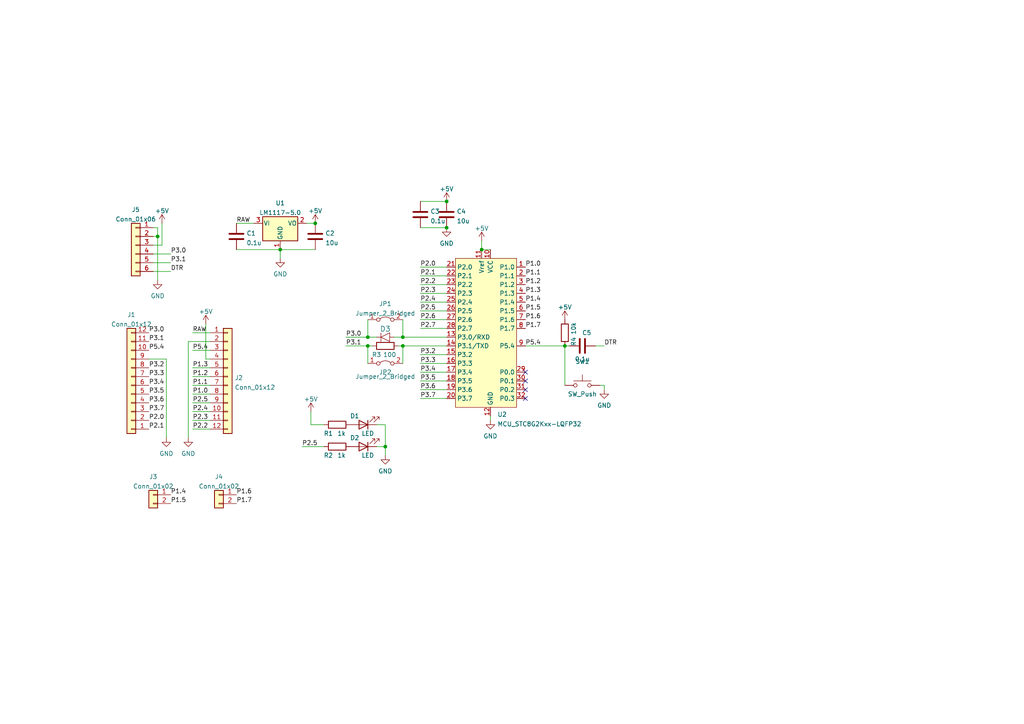
<source format=kicad_sch>
(kicad_sch (version 20211123) (generator eeschema)
  (paper "A4")
  (lib_symbols
    (symbol "Connector_Generic:Conn_01x02" (pin_names (offset 1.016) hide)
      (property "Reference" "J" (at 0 2.54 0))
      (property "Value" "Conn_01x02" (at 0 -5.08 0))
      (symbol "Conn_01x02_1_1"
        (rectangle (start -1.27 -2.413) (end 0 -2.667) (stroke (width 0.1524)))
        (rectangle (start -1.27 0.127) (end 0 -0.127) (stroke (width 0.1524)))
        (rectangle (start -1.27 1.27) (end 1.27 -3.81) (stroke (width 0.254)) (fill (type background)))
        (pin passive line (at -5.08 0 0) (length 3.81) (name "Pin_1") (number "1"))
        (pin passive line (at -5.08 -2.54 0) (length 3.81) (name "Pin_2") (number "2"))
      )
    )
    (symbol "Connector_Generic:Conn_01x06" (pin_names (offset 1.016) hide)
      (property "Reference" "J" (at 0 7.62 0))
      (property "Value" "Conn_01x06" (at 0 -10.16 0))
      (symbol "Conn_01x06_1_1"
        (rectangle (start -1.27 -7.493) (end 0 -7.747) (stroke (width 0.1524)))
        (rectangle (start -1.27 -4.953) (end 0 -5.207) (stroke (width 0.1524)))
        (rectangle (start -1.27 -2.413) (end 0 -2.667) (stroke (width 0.1524)))
        (rectangle (start -1.27 0.127) (end 0 -0.127) (stroke (width 0.1524)))
        (rectangle (start -1.27 2.667) (end 0 2.413) (stroke (width 0.1524)))
        (rectangle (start -1.27 5.207) (end 0 4.953) (stroke (width 0.1524)))
        (rectangle (start -1.27 6.35) (end 1.27 -8.89) (stroke (width 0.254)) (fill (type background)))
        (pin passive line (at -5.08 5.08 0) (length 3.81) (name "Pin_1") (number "1"))
        (pin passive line (at -5.08 2.54 0) (length 3.81) (name "Pin_2") (number "2"))
        (pin passive line (at -5.08 0 0) (length 3.81) (name "Pin_3") (number "3"))
        (pin passive line (at -5.08 -2.54 0) (length 3.81) (name "Pin_4") (number "4"))
        (pin passive line (at -5.08 -5.08 0) (length 3.81) (name "Pin_5") (number "5"))
        (pin passive line (at -5.08 -7.62 0) (length 3.81) (name "Pin_6") (number "6"))
      )
    )
    (symbol "Connector_Generic:Conn_01x12" (pin_names (offset 1.016) hide)
      (property "Reference" "J" (at 0 15.24 0))
      (property "Value" "Conn_01x12" (at 0 -17.78 0))
      (symbol "Conn_01x12_1_1"
        (rectangle (start -1.27 -15.113) (end 0 -15.367) (stroke (width 0.1524)))
        (rectangle (start -1.27 -12.573) (end 0 -12.827) (stroke (width 0.1524)))
        (rectangle (start -1.27 -10.033) (end 0 -10.287) (stroke (width 0.1524)))
        (rectangle (start -1.27 -7.493) (end 0 -7.747) (stroke (width 0.1524)))
        (rectangle (start -1.27 -4.953) (end 0 -5.207) (stroke (width 0.1524)))
        (rectangle (start -1.27 -2.413) (end 0 -2.667) (stroke (width 0.1524)))
        (rectangle (start -1.27 0.127) (end 0 -0.127) (stroke (width 0.1524)))
        (rectangle (start -1.27 2.667) (end 0 2.413) (stroke (width 0.1524)))
        (rectangle (start -1.27 5.207) (end 0 4.953) (stroke (width 0.1524)))
        (rectangle (start -1.27 7.747) (end 0 7.493) (stroke (width 0.1524)))
        (rectangle (start -1.27 10.287) (end 0 10.033) (stroke (width 0.1524)))
        (rectangle (start -1.27 12.827) (end 0 12.573) (stroke (width 0.1524)))
        (rectangle (start -1.27 13.97) (end 1.27 -16.51) (stroke (width 0.254)) (fill (type background)))
        (pin passive line (at -5.08 12.7 0) (length 3.81) (name "Pin_1") (number "1"))
        (pin passive line (at -5.08 -10.16 0) (length 3.81) (name "Pin_10") (number "10"))
        (pin passive line (at -5.08 -12.7 0) (length 3.81) (name "Pin_11") (number "11"))
        (pin passive line (at -5.08 -15.24 0) (length 3.81) (name "Pin_12") (number "12"))
        (pin passive line (at -5.08 10.16 0) (length 3.81) (name "Pin_2") (number "2"))
        (pin passive line (at -5.08 7.62 0) (length 3.81) (name "Pin_3") (number "3"))
        (pin passive line (at -5.08 5.08 0) (length 3.81) (name "Pin_4") (number "4"))
        (pin passive line (at -5.08 2.54 0) (length 3.81) (name "Pin_5") (number "5"))
        (pin passive line (at -5.08 0 0) (length 3.81) (name "Pin_6") (number "6"))
        (pin passive line (at -5.08 -2.54 0) (length 3.81) (name "Pin_7") (number "7"))
        (pin passive line (at -5.08 -5.08 0) (length 3.81) (name "Pin_8") (number "8"))
        (pin passive line (at -5.08 -7.62 0) (length 3.81) (name "Pin_9") (number "9"))
      )
    )
    (symbol "Device:C" (pin_numbers hide) (pin_names (offset 0.254))
      (property "Reference" "C" (at 0.635 2.54 0))
      (property "Value" "C" (at 0.635 -2.54 0))
      (symbol "C_0_1"
        (polyline (pts (xy -2.032 -0.762) (xy 2.032 -0.762)) (stroke (width 0.508)))
        (polyline (pts (xy -2.032 0.762) (xy 2.032 0.762)) (stroke (width 0.508)))
      )
      (symbol "C_1_1"
        (pin passive line (at 0 3.81 270) (length 2.794) (name "~") (number "1"))
        (pin passive line (at 0 -3.81 90) (length 2.794) (name "~") (number "2"))
      )
    )
    (symbol "Device:LED" (pin_numbers hide) (pin_names (offset 1.016) hide)
      (property "Reference" "D" (at 0 2.54 0))
      (property "Value" "LED" (at 0 -2.54 0))
      (symbol "LED_0_1"
        (polyline (pts (xy -1.27 -1.27) (xy -1.27 1.27)) (stroke (width 0.254)))
        (polyline (pts (xy -1.27 0) (xy 1.27 0)))
        (polyline (pts (xy 1.27 -1.27) (xy 1.27 1.27) (xy -1.27 0) (xy 1.27 -1.27)) (stroke (width 0.254)))
        (polyline (pts (xy -3.048 -0.762) (xy -4.572 -2.286) (xy -3.81 -2.286) (xy -4.572 -2.286) (xy -4.572 -1.524)))
        (polyline (pts (xy -1.778 -0.762) (xy -3.302 -2.286) (xy -2.54 -2.286) (xy -3.302 -2.286) (xy -3.302 -1.524)))
      )
      (symbol "LED_1_1"
        (pin passive line (at -3.81 0 0) (length 2.54) (name "K") (number "1"))
        (pin passive line (at 3.81 0 180) (length 2.54) (name "A") (number "2"))
      )
    )
    (symbol "Device:R" (pin_numbers hide) (pin_names (offset 0))
      (property "Reference" "R" (at 2.032 0 90))
      (property "Value" "R" (at 0 0 90))
      (symbol "R_0_1"
        (rectangle (start -1.016 -2.54) (end 1.016 2.54) (stroke (width 0.254)))
      )
      (symbol "R_1_1"
        (pin passive line (at 0 3.81 270) (length 1.27) (name "~") (number "1"))
        (pin passive line (at 0 -3.81 90) (length 1.27) (name "~") (number "2"))
      )
    )
    (symbol "Jumper:Jumper_2_Bridged" (pin_names (offset 0) hide)
      (property "Reference" "JP" (at 0 1.905 0))
      (property "Value" "Jumper_2_Bridged" (at 0 -2.54 0))
      (symbol "Jumper_2_Bridged_0_0"
        (circle (center -2.032 0) (radius 0.508))
        (circle (center 2.032 0) (radius 0.508))
      )
      (symbol "Jumper_2_Bridged_0_1"
        (arc (start 1.524 0.254) (mid 0 0.762) (end -1.524 0.254))
      )
      (symbol "Jumper_2_Bridged_1_1"
        (pin passive line (at -5.08 0 0) (length 2.54) (name "A") (number "1"))
        (pin passive line (at 5.08 0 180) (length 2.54) (name "B") (number "2"))
      )
    )
    (symbol "Regulator_Linear:LM1117-5.0" (pin_names (offset 0.254))
      (property "Reference" "U" (at -3.81 3.175 0))
      (property "Value" "LM1117-5.0" (at 0 3.175 0))
      (symbol "LM1117-5.0_0_1"
        (rectangle (start -5.08 -5.08) (end 5.08 1.905) (stroke (width 0.254)) (fill (type background)))
      )
      (symbol "LM1117-5.0_1_1"
        (pin power_in line (at 0 -7.62 90) (length 2.54) (name "GND") (number "1"))
        (pin power_out line (at 7.62 0 180) (length 2.54) (name "VO") (number "2"))
        (pin power_in line (at -7.62 0 0) (length 2.54) (name "VI") (number "3"))
      )
    )
    (symbol "Switch:SW_Push" (pin_numbers hide) (pin_names (offset 1.016) hide)
      (property "Reference" "SW" (at 1.27 2.54 0))
      (property "Value" "SW_Push" (at 0 -1.524 0))
      (symbol "SW_Push_0_1"
        (circle (center -2.032 0) (radius 0.508))
        (polyline (pts (xy 0 1.27) (xy 0 3.048)))
        (polyline (pts (xy 2.54 1.27) (xy -2.54 1.27)))
        (circle (center 2.032 0) (radius 0.508))
        (pin passive line (at -5.08 0 0) (length 2.54) (name "1") (number "1"))
        (pin passive line (at 5.08 0 180) (length 2.54) (name "2") (number "2"))
      )
    )
    (symbol "akita:DIODE" (pin_names (offset 1.016))
      (property "Reference" "D" (at -2.54 2.54 0))
      (symbol "DIODE_1_0"
        (polyline (pts (xy -2.54 0) (xy -1.27 0)))
        (polyline (pts (xy -1.27 -1.27) (xy 1.27 0)))
        (polyline (pts (xy -1.27 0) (xy -1.27 -1.27)))
        (polyline (pts (xy -1.27 1.27) (xy -1.27 0)))
        (polyline (pts (xy 1.27 0) (xy -1.27 1.27)))
        (polyline (pts (xy 1.27 0) (xy 1.27 -1.27)))
        (polyline (pts (xy 1.27 1.27) (xy 1.27 0)))
        (polyline (pts (xy 2.54 0) (xy 1.27 0)))
        (pin passive line (at -2.54 0 0) (length 0) (name "A") (number "A"))
        (pin passive line (at 2.54 0 180) (length 0) (name "K") (number "K"))
      )
    )
    (symbol "akita:MCU_STC8G2Kxx-LQFP32"
      (property "Reference" "U" (at 5.08 21.59 0))
      (property "Value" "MCU_STC8G2Kxx-LQFP32" (at 12.7 -24.13 0))
      (symbol "MCU_STC8G2Kxx-LQFP32_0_1"
        (rectangle (start -10.16 20.32) (end 7.62 -22.86) (stroke (width 0.1524)) (fill (type background)))
      )
      (symbol "MCU_STC8G2Kxx-LQFP32_1_1"
        (pin bidirectional line (at 10.16 17.78 180) (length 2.54) (name "P1.0") (number "1"))
        (pin power_in line (at 0 22.86 270) (length 2.54) (name "VCC") (number "10"))
        (pin power_in line (at -2.54 22.86 270) (length 2.54) (name "Vref") (number "11"))
        (pin power_in line (at 0 -25.4 90) (length 2.54) (name "GND") (number "12"))
        (pin bidirectional line (at -12.7 -2.54 0) (length 2.54) (name "P3.0/RXD") (number "13"))
        (pin bidirectional line (at -12.7 -5.08 0) (length 2.54) (name "P3.1/TXD") (number "14"))
        (pin bidirectional line (at -12.7 -7.62 0) (length 2.54) (name "P3.2") (number "15"))
        (pin bidirectional line (at -12.7 -10.16 0) (length 2.54) (name "P3.3") (number "16"))
        (pin bidirectional line (at -12.7 -12.7 0) (length 2.54) (name "P3.4") (number "17"))
        (pin bidirectional line (at -12.7 -15.24 0) (length 2.54) (name "P3.5") (number "18"))
        (pin bidirectional line (at -12.7 -17.78 0) (length 2.54) (name "P3.6") (number "19"))
        (pin bidirectional line (at 10.16 15.24 180) (length 2.54) (name "P1.1") (number "2"))
        (pin bidirectional line (at -12.7 -20.32 0) (length 2.54) (name "P3.7") (number "20"))
        (pin bidirectional line (at -12.7 17.78 0) (length 2.54) (name "P2.0") (number "21"))
        (pin bidirectional line (at -12.7 15.24 0) (length 2.54) (name "P2.1") (number "22"))
        (pin bidirectional line (at -12.7 12.7 0) (length 2.54) (name "P2.2") (number "23"))
        (pin bidirectional line (at -12.7 10.16 0) (length 2.54) (name "P2.3") (number "24"))
        (pin bidirectional line (at -12.7 7.62 0) (length 2.54) (name "P2.4") (number "25"))
        (pin bidirectional line (at -12.7 5.08 0) (length 2.54) (name "P2.5") (number "26"))
        (pin bidirectional line (at -12.7 2.54 0) (length 2.54) (name "P2.6") (number "27"))
        (pin bidirectional line (at -12.7 0 0) (length 2.54) (name "P2.7") (number "28"))
        (pin bidirectional line (at 10.16 -12.7 180) (length 2.54) (name "P0.0") (number "29"))
        (pin bidirectional line (at 10.16 12.7 180) (length 2.54) (name "P1.2") (number "3"))
        (pin bidirectional line (at 10.16 -15.24 180) (length 2.54) (name "P0.1") (number "30"))
        (pin bidirectional line (at 10.16 -17.78 180) (length 2.54) (name "P0.2") (number "31"))
        (pin bidirectional line (at 10.16 -20.32 180) (length 2.54) (name "P0.3") (number "32"))
        (pin bidirectional line (at 10.16 10.16 180) (length 2.54) (name "P1.3") (number "4"))
        (pin bidirectional line (at 10.16 7.62 180) (length 2.54) (name "P1.4") (number "5"))
        (pin bidirectional line (at 10.16 5.08 180) (length 2.54) (name "P1.5") (number "6"))
        (pin bidirectional line (at 10.16 2.54 180) (length 2.54) (name "P1.6") (number "7"))
        (pin bidirectional line (at 10.16 0 180) (length 2.54) (name "P1.7") (number "8"))
        (pin bidirectional line (at 10.16 -5.08 180) (length 2.54) (name "P5.4") (number "9"))
      )
    )
    (symbol "power:+5V" (power) (pin_names (offset 0))
      (property "Value" "+5V" (at 0 3.556 0))
      (symbol "+5V_0_1"
        (polyline (pts (xy -0.762 1.27) (xy 0 2.54)))
        (polyline (pts (xy 0 0) (xy 0 2.54)))
        (polyline (pts (xy 0 2.54) (xy 0.762 1.27)))
      )
      (symbol "+5V_1_1"
        (pin power_in line (at 0 0 90) (length 0) hide (name "+5V") (number "1"))
      )
    )
    (symbol "power:GND" (power) (pin_names (offset 0))
      (property "Value" "GND" (at 0 -3.81 0))
      (symbol "GND_0_1"
        (polyline (pts (xy 0 0) (xy 0 -1.27) (xy 1.27 -1.27) (xy 0 -2.54) (xy -1.27 -1.27) (xy 0 -1.27)))
      )
      (symbol "GND_1_1"
        (pin power_in line (at 0 0 270) (length 0) hide (name "GND") (number "1"))
      )
    )
  )
  (junction (at 106.68 97.79))
  (junction (at 163.83 100.33))
  (junction (at 111.76 129.54))
  (junction (at 81.28 72.39))
  (junction (at 116.84 97.79))
  (junction (at 116.84 100.33))
  (junction (at 129.54 66.04))
  (junction (at 129.54 58.42))
  (junction (at 106.68 100.33))
  (junction (at 91.44 64.77))
  (junction (at 139.7 72.39))
  (junction (at 45.72 68.58))
  (no_connect (at 152.4 115.57))
  (no_connect (at 152.4 107.95))
  (no_connect (at 152.4 113.03))
  (no_connect (at 152.4 110.49))
  (wire (pts (xy 106.68 92.71) (xy 106.68 97.79)))
  (wire (pts (xy 55.88 96.52) (xy 60.96 96.52)))
  (wire (pts (xy 44.45 71.12) (xy 46.99 71.12)))
  (wire (pts (xy 87.63 129.54) (xy 93.98 129.54)))
  (wire (pts (xy 163.83 100.33) (xy 163.83 111.76)))
  (wire (pts (xy 45.72 66.04) (xy 45.72 68.58)))
  (wire (pts (xy 139.7 69.85) (xy 139.7 72.39)))
  (wire (pts (xy 115.57 100.33) (xy 116.84 100.33)))
  (wire (pts (xy 88.9 64.77) (xy 91.44 64.77)))
  (wire (pts (xy 68.58 64.77) (xy 73.66 64.77)))
  (wire (pts (xy 44.45 73.66) (xy 49.53 73.66)))
  (wire (pts (xy 121.92 110.49) (xy 129.54 110.49)))
  (wire (pts (xy 109.22 129.54) (xy 111.76 129.54)))
  (wire (pts (xy 44.45 66.04) (xy 45.72 66.04)))
  (wire (pts (xy 54.61 99.06) (xy 54.61 127)))
  (wire (pts (xy 116.84 100.33) (xy 129.54 100.33)))
  (wire (pts (xy 121.92 77.47) (xy 129.54 77.47)))
  (wire (pts (xy 116.84 97.79) (xy 129.54 97.79)))
  (wire (pts (xy 173.99 111.76) (xy 175.26 111.76)))
  (wire (pts (xy 152.4 100.33) (xy 163.83 100.33)))
  (wire (pts (xy 55.88 119.38) (xy 60.96 119.38)))
  (wire (pts (xy 121.92 87.63) (xy 129.54 87.63)))
  (wire (pts (xy 114.3 97.79) (xy 116.84 97.79)))
  (wire (pts (xy 81.28 72.39) (xy 81.28 74.93)))
  (wire (pts (xy 121.92 115.57) (xy 129.54 115.57)))
  (wire (pts (xy 68.58 72.39) (xy 81.28 72.39)))
  (wire (pts (xy 55.88 124.46) (xy 60.96 124.46)))
  (wire (pts (xy 121.92 92.71) (xy 129.54 92.71)))
  (wire (pts (xy 43.18 104.14) (xy 48.26 104.14)))
  (wire (pts (xy 106.68 100.33) (xy 106.68 105.41)))
  (wire (pts (xy 163.83 100.33) (xy 165.1 100.33)))
  (wire (pts (xy 116.84 92.71) (xy 116.84 97.79)))
  (wire (pts (xy 121.92 90.17) (xy 129.54 90.17)))
  (wire (pts (xy 44.45 78.74) (xy 49.53 78.74)))
  (wire (pts (xy 139.7 72.39) (xy 142.24 72.39)))
  (wire (pts (xy 121.92 85.09) (xy 129.54 85.09)))
  (wire (pts (xy 55.88 111.76) (xy 60.96 111.76)))
  (wire (pts (xy 121.92 107.95) (xy 129.54 107.95)))
  (wire (pts (xy 121.92 66.04) (xy 129.54 66.04)))
  (wire (pts (xy 48.26 104.14) (xy 48.26 127)))
  (wire (pts (xy 44.45 76.2) (xy 49.53 76.2)))
  (wire (pts (xy 60.96 104.14) (xy 59.69 104.14)))
  (wire (pts (xy 116.84 100.33) (xy 116.84 105.41)))
  (wire (pts (xy 109.22 123.19) (xy 111.76 123.19)))
  (wire (pts (xy 121.92 80.01) (xy 129.54 80.01)))
  (wire (pts (xy 55.88 101.6) (xy 60.96 101.6)))
  (wire (pts (xy 55.88 121.92) (xy 60.96 121.92)))
  (wire (pts (xy 106.68 97.79) (xy 109.22 97.79)))
  (wire (pts (xy 121.92 82.55) (xy 129.54 82.55)))
  (wire (pts (xy 121.92 105.41) (xy 129.54 105.41)))
  (wire (pts (xy 121.92 102.87) (xy 129.54 102.87)))
  (wire (pts (xy 111.76 129.54) (xy 111.76 132.08)))
  (wire (pts (xy 121.92 113.03) (xy 129.54 113.03)))
  (wire (pts (xy 111.76 123.19) (xy 111.76 129.54)))
  (wire (pts (xy 81.28 72.39) (xy 91.44 72.39)))
  (wire (pts (xy 121.92 58.42) (xy 129.54 58.42)))
  (wire (pts (xy 45.72 68.58) (xy 45.72 81.28)))
  (wire (pts (xy 59.69 104.14) (xy 59.69 93.98)))
  (wire (pts (xy 142.24 120.65) (xy 142.24 121.92)))
  (wire (pts (xy 55.88 109.22) (xy 60.96 109.22)))
  (wire (pts (xy 93.98 123.19) (xy 90.17 123.19)))
  (wire (pts (xy 106.68 100.33) (xy 107.95 100.33)))
  (wire (pts (xy 60.96 99.06) (xy 54.61 99.06)))
  (wire (pts (xy 55.88 106.68) (xy 60.96 106.68)))
  (wire (pts (xy 172.72 100.33) (xy 175.26 100.33)))
  (wire (pts (xy 55.88 114.3) (xy 60.96 114.3)))
  (wire (pts (xy 46.99 71.12) (xy 46.99 64.77)))
  (wire (pts (xy 90.17 123.19) (xy 90.17 119.38)))
  (wire (pts (xy 55.88 116.84) (xy 60.96 116.84)))
  (wire (pts (xy 121.92 95.25) (xy 129.54 95.25)))
  (wire (pts (xy 100.33 100.33) (xy 106.68 100.33)))
  (wire (pts (xy 100.33 97.79) (xy 106.68 97.79)))
  (wire (pts (xy 175.26 111.76) (xy 175.26 113.03)))
  (wire (pts (xy 44.45 68.58) (xy 45.72 68.58)))
  (label "P3.0" (at 43.18 96.52 0))
  (label "P5.4" (at 55.88 101.6 0))
  (label "P2.5" (at 87.63 129.54 0))
  (label "P5.4" (at 152.4 100.33 0))
  (label "P2.3" (at 55.88 121.92 0))
  (label "P2.4" (at 121.92 87.63 0))
  (label "P1.3" (at 152.4 85.09 0))
  (label "P2.1" (at 121.92 80.01 0))
  (label "P3.7" (at 121.92 115.57 0))
  (label "P3.3" (at 43.18 109.22 0))
  (label "P2.1" (at 43.18 124.46 0))
  (label "RAW" (at 68.58 64.77 0))
  (label "P3.1" (at 100.33 100.33 0))
  (label "P3.6" (at 121.92 113.03 0))
  (label "P2.3" (at 121.92 85.09 0))
  (label "P3.5" (at 43.18 114.3 0))
  (label "P3.7" (at 43.18 119.38 0))
  (label "P3.1" (at 49.53 76.2 0))
  (label "P3.0" (at 49.53 73.66 0))
  (label "P2.0" (at 121.92 77.47 0))
  (label "P1.7" (at 152.4 95.25 0))
  (label "P3.0" (at 100.33 97.79 0))
  (label "DTR" (at 49.53 78.74 0))
  (label "P1.2" (at 55.88 109.22 0))
  (label "P3.3" (at 121.92 105.41 0))
  (label "P3.2" (at 43.18 106.68 0))
  (label "P1.0" (at 55.88 114.3 0))
  (label "P3.4" (at 121.92 107.95 0))
  (label "P1.5" (at 49.53 146.05 0))
  (label "P1.7" (at 68.58 146.05 0))
  (label "P3.1" (at 43.18 99.06 0))
  (label "DTR" (at 175.26 100.33 0))
  (label "P2.5" (at 55.88 116.84 0))
  (label "RAW" (at 55.88 96.52 0))
  (label "P1.5" (at 152.4 90.17 0))
  (label "P2.6" (at 121.92 92.71 0))
  (label "P3.4" (at 43.18 111.76 0))
  (label "P1.1" (at 152.4 80.01 0))
  (label "P3.5" (at 121.92 110.49 0))
  (label "P1.0" (at 152.4 77.47 0))
  (label "P1.4" (at 49.53 143.51 0))
  (label "P5.4" (at 43.18 101.6 0))
  (label "P1.2" (at 152.4 82.55 0))
  (label "P2.2" (at 121.92 82.55 0))
  (label "P1.6" (at 152.4 92.71 0))
  (label "P1.6" (at 68.58 143.51 0))
  (label "P2.7" (at 121.92 95.25 0))
  (label "P2.5" (at 121.92 90.17 0))
  (label "P1.3" (at 55.88 106.68 0))
  (label "P2.0" (at 43.18 121.92 0))
  (label "P3.6" (at 43.18 116.84 0))
  (label "P1.1" (at 55.88 111.76 0))
  (label "P2.4" (at 55.88 119.38 0))
  (label "P1.4" (at 152.4 87.63 0))
  (label "P2.2" (at 55.88 124.46 0))
  (label "P3.2" (at 121.92 102.87 0))
  (symbol (lib_id "power:GND") (at 111.76 132.08 0) (unit 1)
    (property "Reference" "#PWR09" (effects hide))
    (property "Value" "GND" (at 111.76 136.6425 0))
  )
  (symbol (lib_id "power:GND") (at 142.24 121.92 0) (unit 1)
    (property "Reference" "#PWR013" (effects hide))
    (property "Value" "GND" (at 142.24 126.4825 0))
  )
  (symbol (lib_id "Device:C") (at 121.92 62.23 0) (unit 1)
    (property "Reference" "C3" (at 124.841 61.3215 0) (effects (justify left)))
    (property "Value" "0.1u" (at 124.841 64.0966 0) (effects (justify left)))
    (property "Footprint" "Capacitor_SMD:C_0603_1608Metric" (effects hide))
  )
  (symbol (lib_id "power:GND") (at 54.61 127 0) (unit 1)
    (property "Reference" "#PWR04" (effects hide))
    (property "Value" "GND" (at 54.61 131.5625 0))
  )
  (symbol (lib_id "Device:C") (at 68.58 68.58 0) (unit 1)
    (property "Reference" "C1" (at 71.501 67.6715 0) (effects (justify left)))
    (property "Value" "0.1u" (at 71.501 70.4466 0) (effects (justify left)))
    (property "Footprint" "Capacitor_SMD:C_0603_1608Metric" (effects hide))
  )
  (symbol (lib_id "akita:MCU_STC8G2Kxx-LQFP32") (at 142.24 95.25 0) (unit 1)
    (property "Reference" "U2" (at 144.2594 120.2087 0) (effects (justify left)))
    (property "Value" "MCU_STC8G2Kxx-LQFP32" (at 144.2594 122.9838 0) (effects (justify left)))
    (property "Footprint" "Package_QFP:LQFP-32_7x7mm_P0.8mm" (effects hide))
  )
  (symbol (lib_id "Device:R") (at 163.83 96.52 180) (unit 1)
    (property "Reference" "R4" (at 166.37 99.06 90))
    (property "Value" "10k" (at 166.37 95.25 90))
    (property "Footprint" "Resistor_SMD:R_0603_1608Metric" (effects hide))
  )
  (symbol (lib_id "power:GND") (at 129.54 66.04 0) (unit 1)
    (property "Reference" "#PWR011" (effects hide))
    (property "Value" "GND" (at 129.54 70.6025 0))
  )
  (symbol (lib_id "power:GND") (at 81.28 74.93 0) (unit 1)
    (property "Reference" "#PWR06" (effects hide))
    (property "Value" "GND" (at 81.28 79.4925 0))
  )
  (symbol (lib_id "power:+5V") (at 90.17 119.38 0) (unit 1)
    (property "Reference" "#PWR07" (effects hide))
    (property "Value" "+5V" (at 90.17 115.7755 0))
  )
  (symbol (lib_id "power:GND") (at 175.26 113.03 0) (unit 1)
    (property "Reference" "#PWR015" (effects hide))
    (property "Value" "GND" (at 175.26 117.5925 0))
  )
  (symbol (lib_id "power:+5V") (at 91.44 64.77 0) (unit 1)
    (property "Reference" "#PWR08" (effects hide))
    (property "Value" "+5V" (at 91.44 61.1655 0))
  )
  (symbol (lib_id "Connector_Generic:Conn_01x02") (at 63.5 143.51 0) (mirror y) (unit 1)
    (property "Reference" "J4" (at 63.5 138.2735 0))
    (property "Value" "Conn_01x02" (at 63.5 141.0486 0))
    (property "Footprint" "Connector_PinSocket_2.54mm:PinSocket_1x02_P2.54mm_Vertical" (effects hide))
  )
  (symbol (lib_id "Connector_Generic:Conn_01x12") (at 66.04 109.22 0) (unit 1)
    (property "Reference" "J2" (at 68.072 109.5815 0) (effects (justify left)))
    (property "Value" "Conn_01x12" (at 68.072 112.3566 0) (effects (justify left)))
    (property "Footprint" "Connector_PinSocket_2.54mm:PinSocket_1x12_P2.54mm_Vertical" (effects hide))
  )
  (symbol (lib_id "Regulator_Linear:LM1117-5.0") (at 81.28 64.77 0) (unit 1)
    (property "Reference" "U1" (at 81.28 58.8985 0))
    (property "Value" "LM1117-5.0" (at 81.28 61.6736 0))
    (property "Footprint" "Package_TO_SOT_SMD:SOT-223-3_TabPin2" (effects hide))
    (property "Datasheet" "http://www.ti.com/lit/ds/symlink/lm1117.pdf" (effects hide))
  )
  (symbol (lib_id "akita:DIODE") (at 111.76 97.79 180) (unit 1)
    (property "Reference" "D3" (at 111.76 95.4012 0) (effects (font (size 1.4986 1.4986))))
    (property "Value" "DIODE" (effects hide))
    (property "Footprint" "akita:D_SOD123FL" (effects hide))
  )
  (symbol (lib_id "Connector_Generic:Conn_01x02") (at 44.45 143.51 0) (mirror y) (unit 1)
    (property "Reference" "J3" (at 44.45 138.2735 0))
    (property "Value" "Conn_01x02" (at 44.45 141.0486 0))
    (property "Footprint" "Connector_PinSocket_2.54mm:PinSocket_1x02_P2.54mm_Vertical" (effects hide))
  )
  (symbol (lib_id "Connector_Generic:Conn_01x12") (at 38.1 111.76 180) (unit 1)
    (property "Reference" "J1" (at 38.1 91.2835 0))
    (property "Value" "Conn_01x12" (at 38.1 94.0586 0))
    (property "Footprint" "Connector_PinSocket_2.54mm:PinSocket_1x12_P2.54mm_Vertical" (effects hide))
  )
  (symbol (lib_id "Device:R") (at 97.79 129.54 90) (unit 1)
    (property "Reference" "R2" (at 95.25 132.08 90))
    (property "Value" "1k" (at 99.06 132.08 90))
    (property "Footprint" "Resistor_SMD:R_0603_1608Metric" (effects hide))
  )
  (symbol (lib_id "power:+5V") (at 129.54 58.42 0) (unit 1)
    (property "Reference" "#PWR010" (effects hide))
    (property "Value" "+5V" (at 129.54 54.8155 0))
  )
  (symbol (lib_id "power:+5V") (at 46.99 64.77 0) (unit 1)
    (property "Reference" "#PWR02" (effects hide))
    (property "Value" "+5V" (at 46.99 61.1655 0))
  )
  (symbol (lib_id "power:GND") (at 45.72 81.28 0) (unit 1)
    (property "Reference" "#PWR01" (effects hide))
    (property "Value" "GND" (at 45.72 85.8425 0))
  )
  (symbol (lib_id "Device:R") (at 97.79 123.19 90) (unit 1)
    (property "Reference" "R1" (at 95.25 125.73 90))
    (property "Value" "1k" (at 99.06 125.73 90))
    (property "Footprint" "Resistor_SMD:R_0603_1608Metric" (effects hide))
  )
  (symbol (lib_id "power:+5V") (at 139.7 69.85 0) (unit 1)
    (property "Reference" "#PWR012" (effects hide))
    (property "Value" "+5V" (at 139.7 66.2455 0))
  )
  (symbol (lib_id "Jumper:Jumper_2_Bridged") (at 111.76 105.41 0) (unit 1)
    (property "Reference" "JP2" (at 111.76 107.95 0))
    (property "Value" "Jumper_2_Bridged" (at 111.76 109.22 0))
    (property "Footprint" "Jumper:SolderJumper-2_P1.3mm_Bridged_Pad1.0x1.5mm" (effects hide))
  )
  (symbol (lib_id "power:GND") (at 48.26 127 0) (unit 1)
    (property "Reference" "#PWR03" (effects hide))
    (property "Value" "GND" (at 48.26 131.5625 0))
  )
  (symbol (lib_id "Device:C") (at 168.91 100.33 90) (unit 1)
    (property "Reference" "C5" (at 170.18 96.52 90))
    (property "Value" "0.1u" (at 168.91 104.14 90))
    (property "Footprint" "Capacitor_SMD:C_0603_1608Metric" (effects hide))
  )
  (symbol (lib_id "Jumper:Jumper_2_Bridged") (at 111.76 92.71 0) (unit 1)
    (property "Reference" "JP1" (at 111.76 88.1085 0))
    (property "Value" "Jumper_2_Bridged" (at 111.76 90.8836 0))
    (property "Footprint" "Jumper:SolderJumper-2_P1.3mm_Bridged_Pad1.0x1.5mm" (effects hide))
  )
  (symbol (lib_id "Device:LED") (at 105.41 123.19 180) (unit 1)
    (property "Reference" "D1" (at 102.87 120.65 0))
    (property "Value" "LED" (at 106.68 125.73 0))
    (property "Footprint" "LED_SMD:LED_0603_1608Metric" (effects hide))
  )
  (symbol (lib_id "power:+5V") (at 163.83 92.71 0) (unit 1)
    (property "Reference" "#PWR014" (effects hide))
    (property "Value" "+5V" (at 163.83 89.1055 0))
  )
  (symbol (lib_id "Device:R") (at 111.76 100.33 90) (unit 1)
    (property "Reference" "R3" (at 109.22 102.87 90))
    (property "Value" "100" (at 113.03 102.87 90))
    (property "Footprint" "Resistor_SMD:R_0603_1608Metric" (effects hide))
  )
  (symbol (lib_id "Device:C") (at 91.44 68.58 0) (unit 1)
    (property "Reference" "C2" (at 94.361 67.6715 0) (effects (justify left)))
    (property "Value" "10u" (at 94.361 70.4466 0) (effects (justify left)))
    (property "Footprint" "Capacitor_SMD:C_0603_1608Metric" (effects hide))
  )
  (symbol (lib_id "Connector_Generic:Conn_01x06") (at 39.37 71.12 0) (mirror y) (unit 1)
    (property "Reference" "J5" (at 39.37 60.8035 0))
    (property "Value" "Conn_01x06" (at 39.37 63.5786 0))
    (property "Footprint" "Connector_PinSocket_2.54mm:PinSocket_1x06_P2.54mm_Vertical" (effects hide))
  )
  (symbol (lib_id "Device:C") (at 129.54 62.23 0) (unit 1)
    (property "Reference" "C4" (at 132.461 61.3215 0) (effects (justify left)))
    (property "Value" "10u" (at 132.461 64.0966 0) (effects (justify left)))
    (property "Footprint" "Capacitor_SMD:C_0603_1608Metric" (effects hide))
  )
  (symbol (lib_id "Device:LED") (at 105.41 129.54 180) (unit 1)
    (property "Reference" "D2" (at 102.87 127 0))
    (property "Value" "LED" (at 106.68 132.08 0))
    (property "Footprint" "LED_SMD:LED_0603_1608Metric" (effects hide))
  )
  (symbol (lib_id "power:+5V") (at 59.69 93.98 0) (unit 1)
    (property "Reference" "#PWR05" (effects hide))
    (property "Value" "+5V" (at 59.69 90.3755 0))
  )
  (symbol (lib_id "Switch:SW_Push") (at 168.91 111.76 0) (unit 1)
    (property "Reference" "SW1" (at 168.91 104.8725 0))
    (property "Value" "SW_Push" (at 168.91 114.3 0))
    (property "Footprint" "Button_Switch_SMD:SW_Push_SPST_NO_Alps_SKRK" (effects hide))
  )
)
</source>
